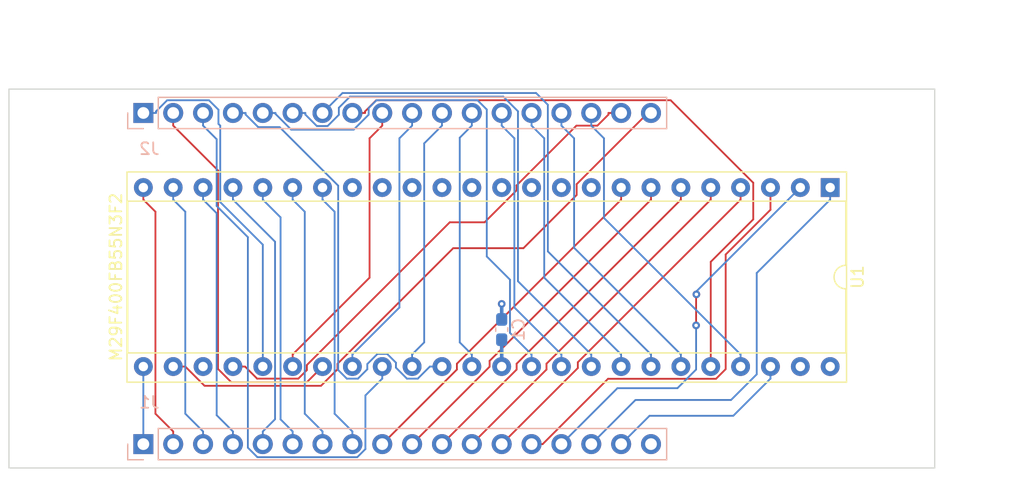
<source format=kicad_pcb>
(kicad_pcb (version 20221018) (generator pcbnew)
  (title_block (title "Turtle16: ROM ZIF Daughter Board") (date "2023-11-21") (rev "A") (comment 4 "Daughter board with ZIF socket for a M29F400FB NOR Flash on a DIP adapter board"))
  (layers (0 "F.Cu" signal) (1 "In1.Cu" power) (2 "In2.Cu" power) (31 "B.Cu" signal) (34 "B.Paste" user) (35 "F.Paste" user) (36 "B.SilkS" user "B.Silkscreen") (37 "F.SilkS" user "F.Silkscreen") (38 "B.Mask" user) (39 "F.Mask" user) (44 "Edge.Cuts" user))
  (net 0 "")
  (net 1 "GND")
  (net 2 "VCC")
  (net 3 "/PC0")
  (net 4 "/PC1")
  (net 5 "/PC2")
  (net 6 "/PC3")
  (net 7 "/PC4")
  (net 8 "/PC5")
  (net 9 "/PC6")
  (net 10 "/PC7")
  (net 11 "/PC8")
  (net 12 "/PC9")
  (net 13 "/PC10")
  (net 14 "/PC11")
  (net 15 "/PC12")
  (net 16 "/PC13")
  (net 17 "/PC14")
  (net 18 "/PC15")
  (net 19 "/Ins_IF0")
  (net 20 "/Ins_IF1")
  (net 21 "/Ins_IF2")
  (net 22 "/Ins_IF3")
  (net 23 "/Ins_IF4")
  (net 24 "/Ins_IF5")
  (net 25 "/Ins_IF6")
  (net 26 "/Ins_IF7")
  (net 27 "/Ins_IF8")
  (net 28 "/Ins_IF9")
  (net 29 "/Ins_IF10")
  (net 30 "/Ins_IF11")
  (net 31 "/Ins_IF12")
  (net 32 "/Ins_IF13")
  (net 33 "/Ins_IF14")
  (net 34 "/Ins_IF15")
  (net 35 "/FLUSH_IF")
  (net 36 "/RAMEN_R")
  (footprint "Package_DIP:DIP-48_W15.24mm_Socket" (layer "F.Cu") (at 134.112 51.562 -90)
    (fp_text reference "U1" (at 7.62 -2.33 90) (layer "F.SilkS"))
    (fp_text value "M29F400FB55N3F2" (at 7.62 60.75 90) (layer "F.SilkS"))
    (fp_line (start -1.33 -1.39) (end -1.33 59.81) (stroke (width 0.12)) (layer "F.SilkS"))
    (fp_line (start -1.33 59.81) (end 16.57 59.81) (stroke (width 0.12)) (layer "F.SilkS"))
    (fp_line (start 1.16 -1.33) (end 1.16 59.75) (stroke (width 0.12)) (layer "F.SilkS"))
    (fp_line (start 1.16 59.75) (end 14.08 59.75) (stroke (width 0.12)) (layer "F.SilkS"))
    (fp_line (start 6.62 -1.33) (end 1.16 -1.33) (stroke (width 0.12)) (layer "F.SilkS"))
    (fp_line (start 14.08 -1.33) (end 8.62 -1.33) (stroke (width 0.12)) (layer "F.SilkS"))
    (fp_line (start 14.08 59.75) (end 14.08 -1.33) (stroke (width 0.12)) (layer "F.SilkS"))
    (fp_line (start 16.57 -1.39) (end -1.33 -1.39) (stroke (width 0.12)) (layer "F.SilkS"))
    (fp_line (start 16.57 59.81) (end 16.57 -1.39) (stroke (width 0.12)) (layer "F.SilkS"))
    (fp_arc (start 8.62 -1.33) (mid 7.62 -0.33) (end 6.62 -1.33) (stroke (width 0.12)) (layer "F.SilkS"))
    (pad "1" thru_hole rect (at 0 0 270) (size 1.6 1.6) (drill 0.8) (layers "*.Cu" "*.Mask") (net 18 "/PC15"))
    (pad "2" thru_hole oval (at 0 2.54 270) (size 1.6 1.6) (drill 0.8) (layers "*.Cu" "*.Mask") (net 17 "/PC14"))
    (pad "3" thru_hole oval (at 0 5.08 270) (size 1.6 1.6) (drill 0.8) (layers "*.Cu" "*.Mask") (net 16 "/PC13"))
    (pad "4" thru_hole oval (at 0 7.62 270) (size 1.6 1.6) (drill 0.8) (layers "*.Cu" "*.Mask") (net 15 "/PC12"))
    (pad "5" thru_hole oval (at 0 10.16 270) (size 1.6 1.6) (drill 0.8) (layers "*.Cu" "*.Mask") (net 14 "/PC11"))
    (pad "6" thru_hole oval (at 0 12.7 270) (size 1.6 1.6) (drill 0.8) (layers "*.Cu" "*.Mask") (net 13 "/PC10"))
    (pad "7" thru_hole oval (at 0 15.24 270) (size 1.6 1.6) (drill 0.8) (layers "*.Cu" "*.Mask") (net 12 "/PC9"))
    (pad "8" thru_hole oval (at 0 17.78 270) (size 1.6 1.6) (drill 0.8) (layers "*.Cu" "*.Mask") (net 11 "/PC8"))
    (pad "9" thru_hole oval (at 0 20.32 270) (size 1.6 1.6) (drill 0.8) (layers "*.Cu" "*.Mask"))
    (pad "10" thru_hole oval (at 0 22.86 270) (size 1.6 1.6) (drill 0.8) (layers "*.Cu" "*.Mask"))
    (pad "11" thru_hole oval (at 0 25.4 270) (size 1.6 1.6) (drill 0.8) (layers "*.Cu" "*.Mask") (net 2 "VCC"))
    (pad "12" thru_hole oval (at 0 27.94 270) (size 1.6 1.6) (drill 0.8) (layers "*.Cu" "*.Mask") (net 2 "VCC"))
    (pad "13" thru_hole oval (at 0 30.48 270) (size 1.6 1.6) (drill 0.8) (layers "*.Cu" "*.Mask"))
    (pad "14" thru_hole oval (at 0 33.02 270) (size 1.6 1.6) (drill 0.8) (layers "*.Cu" "*.Mask"))
    (pad "15" thru_hole oval (at 0 35.56 270) (size 1.6 1.6) (drill 0.8) (layers "*.Cu" "*.Mask"))
    (pad "16" thru_hole oval (at 0 38.1 270) (size 1.6 1.6) (drill 0.8) (layers "*.Cu" "*.Mask"))
    (pad "17" thru_hole oval (at 0 40.64 270) (size 1.6 1.6) (drill 0.8) (layers "*.Cu" "*.Mask") (net 1 "GND"))
    (pad "18" thru_hole oval (at 0 43.18 270) (size 1.6 1.6) (drill 0.8) (layers "*.Cu" "*.Mask") (net 10 "/PC7"))
    (pad "19" thru_hole oval (at 0 45.72 270) (size 1.6 1.6) (drill 0.8) (layers "*.Cu" "*.Mask") (net 9 "/PC6"))
    (pad "20" thru_hole oval (at 0 48.26 270) (size 1.6 1.6) (drill 0.8) (layers "*.Cu" "*.Mask") (net 8 "/PC5"))
    (pad "21" thru_hole oval (at 0 50.8 270) (size 1.6 1.6) (drill 0.8) (layers "*.Cu" "*.Mask") (net 7 "/PC4"))
    (pad "22" thru_hole oval (at 0 53.34 270) (size 1.6 1.6) (drill 0.8) (layers "*.Cu" "*.Mask") (net 6 "/PC3"))
    (pad "23" thru_hole oval (at 0 55.88 270) (size 1.6 1.6) (drill 0.8) (layers "*.Cu" "*.Mask") (net 5 "/PC2"))
    (pad "24" thru_hole oval (at 0 58.42 270) (size 1.6 1.6) (drill 0.8) (layers "*.Cu" "*.Mask") (net 4 "/PC1"))
    (pad "25" thru_hole oval (at 15.24 58.42 270) (size 1.6 1.6) (drill 0.8) (layers "*.Cu" "*.Mask") (net 3 "/PC0"))
    (pad "26" thru_hole oval (at 15.24 55.88 270) (size 1.6 1.6) (drill 0.8) (layers "*.Cu" "*.Mask") (net 36 "/RAMEN_R"))
    (pad "27" thru_hole oval (at 15.24 53.34 270) (size 1.6 1.6) (drill 0.8) (layers "*.Cu" "*.Mask") (net 1 "GND"))
    (pad "28" thru_hole oval (at 15.24 50.8 270) (size 1.6 1.6) (drill 0.8) (layers "*.Cu" "*.Mask") (net 35 "/FLUSH_IF"))
    (pad "29" thru_hole oval (at 15.24 48.26 270) (size 1.6 1.6) (drill 0.8) (layers "*.Cu" "*.Mask") (net 19 "/Ins_IF0"))
    (pad "30" thru_hole oval (at 15.24 45.72 270) (size 1.6 1.6) (drill 0.8) (layers "*.Cu" "*.Mask") (net 27 "/Ins_IF8"))
    (pad "31" thru_hole oval (at 15.24 43.18 270) (size 1.6 1.6) (drill 0.8) (layers "*.Cu" "*.Mask") (net 20 "/Ins_IF1"))
    (pad "32" thru_hole oval (at 15.24 40.64 270) (size 1.6 1.6) (drill 0.8) (layers "*.Cu" "*.Mask") (net 28 "/Ins_IF9"))
    (pad "33" thru_hole oval (at 15.24 38.1 270) (size 1.6 1.6) (drill 0.8) (layers "*.Cu" "*.Mask") (net 21 "/Ins_IF2"))
    (pad "34" thru_hole oval (at 15.24 35.56 270) (size 1.6 1.6) (drill 0.8) (layers "*.Cu" "*.Mask") (net 29 "/Ins_IF10"))
    (pad "35" thru_hole oval (at 15.24 33.02 270) (size 1.6 1.6) (drill 0.8) (layers "*.Cu" "*.Mask") (net 22 "/Ins_IF3"))
    (pad "36" thru_hole oval (at 15.24 30.48 270) (size 1.6 1.6) (drill 0.8) (layers "*.Cu" "*.Mask") (net 30 "/Ins_IF11"))
    (pad "37" thru_hole oval (at 15.24 27.94 270) (size 1.6 1.6) (drill 0.8) (layers "*.Cu" "*.Mask") (net 2 "VCC"))
    (pad "38" thru_hole oval (at 15.24 25.4 270) (size 1.6 1.6) (drill 0.8) (layers "*.Cu" "*.Mask") (net 23 "/Ins_IF4"))
    (pad "39" thru_hole oval (at 15.24 22.86 270) (size 1.6 1.6) (drill 0.8) (layers "*.Cu" "*.Mask") (net 31 "/Ins_IF12"))
    (pad "40" thru_hole oval (at 15.24 20.32 270) (size 1.6 1.6) (drill 0.8) (layers "*.Cu" "*.Mask") (net 24 "/Ins_IF5"))
    (pad "41" thru_hole oval (at 15.24 17.78 270) (size 1.6 1.6) (drill 0.8) (layers "*.Cu" "*.Mask") (net 32 "/Ins_IF13"))
    (pad "42" thru_hole oval (at 15.24 15.24 270) (size 1.6 1.6) (drill 0.8) (layers "*.Cu" "*.Mask") (net 25 "/Ins_IF6"))
    (pad "43" thru_hole oval (at 15.24 12.7 270) (size 1.6 1.6) (drill 0.8) (layers "*.Cu" "*.Mask") (net 33 "/Ins_IF14"))
    (pad "44" thru_hole oval (at 15.24 10.16 270) (size 1.6 1.6) (drill 0.8) (layers "*.Cu" "*.Mask") (net 26 "/Ins_IF7"))
    (pad "45" thru_hole oval (at 15.24 7.62 270) (size 1.6 1.6) (drill 0.8) (layers "*.Cu" "*.Mask") (net 34 "/Ins_IF15"))
    (pad "46" thru_hole oval (at 15.24 5.08 270) (size 1.6 1.6) (drill 0.8) (layers "*.Cu" "*.Mask") (net 1 "GND"))
    (pad "47" thru_hole oval (at 15.24 2.54 270) (size 1.6 1.6) (drill 0.8) (layers "*.Cu" "*.Mask") (net 2 "VCC"))
    (pad "48" thru_hole oval (at 15.24 0 270) (size 1.6 1.6) (drill 0.8) (layers "*.Cu" "*.Mask") (net 1 "GND"))
  )
  (footprint "Capacitor_SMD:C_0603_1608Metric_Pad1.08x0.95mm_HandSolder" (layer "B.Cu") (at 106.172 63.6535 90)
    (fp_text reference "C1" (at 0 1.43 90) (layer "B.SilkS") (effects (justify mirror)))
    (fp_text value "0.1μF")
    (fp_line (start -0.146267 -0.51) (end 0.146267 -0.51) (stroke (width 0.12)) (layer "B.SilkS"))
    (fp_line (start -0.146267 0.51) (end 0.146267 0.51) (stroke (width 0.12)) (layer "B.SilkS"))
    (pad "1" smd roundrect (at -0.8625 0 90) (size 1.075 0.95) (layers "B.Cu" "B.Paste" "B.Mask") (net 2 "VCC"))
    (pad "2" smd roundrect (at 0.8625 0 90) (size 1.075 0.95) (layers "B.Cu" "B.Paste" "B.Mask") (net 1 "GND"))
  )
  (footprint "Connector_PinSocket_2.54mm:PinSocket_1x18_P2.54mm_Vertical" (layer "B.Cu") (at 75.692 73.406 -90)
    (fp_text reference "J1" (at -3.556 -0.508 -180) (layer "B.SilkS") (effects (justify mirror)))
    (fp_text value "LowerHeader")
    (fp_line (start -1.33 -44.51) (end 1.33 -44.51) (stroke (width 0.12)) (layer "B.SilkS"))
    (fp_line (start -1.33 -1.27) (end -1.33 -44.51) (stroke (width 0.12)) (layer "B.SilkS"))
    (fp_line (start -1.33 -1.27) (end 1.33 -1.27) (stroke (width 0.12)) (layer "B.SilkS"))
    (fp_line (start 0 1.33) (end 1.33 1.33) (stroke (width 0.12)) (layer "B.SilkS"))
    (fp_line (start 1.33 -1.27) (end 1.33 -44.51) (stroke (width 0.12)) (layer "B.SilkS"))
    (fp_line (start 1.33 1.33) (end 1.33 0) (stroke (width 0.12)) (layer "B.SilkS"))
    (pad "1" thru_hole rect (at 0 0 270) (size 1.7 1.7) (drill 1) (layers "*.Cu" "*.Mask") (net 3 "/PC0"))
    (pad "2" thru_hole oval (at 0 -2.54 270) (size 1.7 1.7) (drill 1) (layers "*.Cu" "*.Mask") (net 4 "/PC1"))
    (pad "3" thru_hole oval (at 0 -5.08 270) (size 1.7 1.7) (drill 1) (layers "*.Cu" "*.Mask") (net 5 "/PC2"))
    (pad "4" thru_hole oval (at 0 -7.62 270) (size 1.7 1.7) (drill 1) (layers "*.Cu" "*.Mask") (net 6 "/PC3"))
    (pad "5" thru_hole oval (at 0 -10.16 270) (size 1.7 1.7) (drill 1) (layers "*.Cu" "*.Mask") (net 7 "/PC4"))
    (pad "6" thru_hole oval (at 0 -12.7 270) (size 1.7 1.7) (drill 1) (layers "*.Cu" "*.Mask") (net 8 "/PC5"))
    (pad "7" thru_hole oval (at 0 -15.24 270) (size 1.7 1.7) (drill 1) (layers "*.Cu" "*.Mask") (net 9 "/PC6"))
    (pad "8" thru_hole oval (at 0 -17.78 270) (size 1.7 1.7) (drill 1) (layers "*.Cu" "*.Mask") (net 10 "/PC7"))
    (pad "9" thru_hole oval (at 0 -20.32 270) (size 1.7 1.7) (drill 1) (layers "*.Cu" "*.Mask") (net 11 "/PC8"))
    (pad "10" thru_hole oval (at 0 -22.86 270) (size 1.7 1.7) (drill 1) (layers "*.Cu" "*.Mask") (net 12 "/PC9"))
    (pad "11" thru_hole oval (at 0 -25.4 270) (size 1.7 1.7) (drill 1) (layers "*.Cu" "*.Mask") (net 13 "/PC10"))
    (pad "12" thru_hole oval (at 0 -27.94 270) (size 1.7 1.7) (drill 1) (layers "*.Cu" "*.Mask") (net 14 "/PC11"))
    (pad "13" thru_hole oval (at 0 -30.48 270) (size 1.7 1.7) (drill 1) (layers "*.Cu" "*.Mask") (net 15 "/PC12"))
    (pad "14" thru_hole oval (at 0 -33.02 270) (size 1.7 1.7) (drill 1) (layers "*.Cu" "*.Mask") (net 16 "/PC13"))
    (pad "15" thru_hole oval (at 0 -35.56 270) (size 1.7 1.7) (drill 1) (layers "*.Cu" "*.Mask") (net 17 "/PC14"))
    (pad "16" thru_hole oval (at 0 -38.1 270) (size 1.7 1.7) (drill 1) (layers "*.Cu" "*.Mask") (net 18 "/PC15"))
    (pad "17" thru_hole oval (at 0 -40.64 270) (size 1.7 1.7) (drill 1) (layers "*.Cu" "*.Mask") (net 1 "GND"))
    (pad "18" thru_hole oval (at 0 -43.18 270) (size 1.7 1.7) (drill 1) (layers "*.Cu" "*.Mask") (net 2 "VCC"))
  )
  (footprint "Connector_PinSocket_2.54mm:PinSocket_1x18_P2.54mm_Vertical" (layer "B.Cu") (at 75.692 45.212 -90)
    (fp_text reference "J2" (at 3.048 -0.508 -180) (layer "B.SilkS") (effects (justify mirror)))
    (fp_text value "UpperHeader")
    (fp_line (start -1.33 -44.51) (end 1.33 -44.51) (stroke (width 0.12)) (layer "B.SilkS"))
    (fp_line (start -1.33 -1.27) (end -1.33 -44.51) (stroke (width 0.12)) (layer "B.SilkS"))
    (fp_line (start -1.33 -1.27) (end 1.33 -1.27) (stroke (width 0.12)) (layer "B.SilkS"))
    (fp_line (start 0 1.33) (end 1.33 1.33) (stroke (width 0.12)) (layer "B.SilkS"))
    (fp_line (start 1.33 -1.27) (end 1.33 -44.51) (stroke (width 0.12)) (layer "B.SilkS"))
    (fp_line (start 1.33 1.33) (end 1.33 0) (stroke (width 0.12)) (layer "B.SilkS"))
    (pad "1" thru_hole rect (at 0 0 270) (size 1.7 1.7) (drill 1) (layers "*.Cu" "*.Mask") (net 19 "/Ins_IF0"))
    (pad "2" thru_hole oval (at 0 -2.54 270) (size 1.7 1.7) (drill 1) (layers "*.Cu" "*.Mask") (net 20 "/Ins_IF1"))
    (pad "3" thru_hole oval (at 0 -5.08 270) (size 1.7 1.7) (drill 1) (layers "*.Cu" "*.Mask") (net 21 "/Ins_IF2"))
    (pad "4" thru_hole oval (at 0 -7.62 270) (size 1.7 1.7) (drill 1) (layers "*.Cu" "*.Mask") (net 22 "/Ins_IF3"))
    (pad "5" thru_hole oval (at 0 -10.16 270) (size 1.7 1.7) (drill 1) (layers "*.Cu" "*.Mask") (net 23 "/Ins_IF4"))
    (pad "6" thru_hole oval (at 0 -12.7 270) (size 1.7 1.7) (drill 1) (layers "*.Cu" "*.Mask") (net 24 "/Ins_IF5"))
    (pad "7" thru_hole oval (at 0 -15.24 270) (size 1.7 1.7) (drill 1) (layers "*.Cu" "*.Mask") (net 25 "/Ins_IF6"))
    (pad "8" thru_hole oval (at 0 -17.78 270) (size 1.7 1.7) (drill 1) (layers "*.Cu" "*.Mask") (net 26 "/Ins_IF7"))
    (pad "9" thru_hole oval (at 0 -20.32 270) (size 1.7 1.7) (drill 1) (layers "*.Cu" "*.Mask") (net 27 "/Ins_IF8"))
    (pad "10" thru_hole oval (at 0 -22.86 270) (size 1.7 1.7) (drill 1) (layers "*.Cu" "*.Mask") (net 28 "/Ins_IF9"))
    (pad "11" thru_hole oval (at 0 -25.4 270) (size 1.7 1.7) (drill 1) (layers "*.Cu" "*.Mask") (net 29 "/Ins_IF10"))
    (pad "12" thru_hole oval (at 0 -27.94 270) (size 1.7 1.7) (drill 1) (layers "*.Cu" "*.Mask") (net 30 "/Ins_IF11"))
    (pad "13" thru_hole oval (at 0 -30.48 270) (size 1.7 1.7) (drill 1) (layers "*.Cu" "*.Mask") (net 31 "/Ins_IF12"))
    (pad "14" thru_hole oval (at 0 -33.02 270) (size 1.7 1.7) (drill 1) (layers "*.Cu" "*.Mask") (net 32 "/Ins_IF13"))
    (pad "15" thru_hole oval (at 0 -35.56 270) (size 1.7 1.7) (drill 1) (layers "*.Cu" "*.Mask") (net 33 "/Ins_IF14"))
    (pad "16" thru_hole oval (at 0 -38.1 270) (size 1.7 1.7) (drill 1) (layers "*.Cu" "*.Mask") (net 34 "/Ins_IF15"))
    (pad "17" thru_hole oval (at 0 -40.64 270) (size 1.7 1.7) (drill 1) (layers "*.Cu" "*.Mask") (net 35 "/FLUSH_IF"))
    (pad "18" thru_hole oval (at 0 -43.18 270) (size 1.7 1.7) (drill 1) (layers "*.Cu" "*.Mask") (net 36 "/RAMEN_R"))
  )
  (gr_line (start 143.002 75.438) (end 143.002 43.18) (stroke (width 0.1)) (layer "Edge.Cuts"))
  (gr_line (start 64.262 43.18) (end 64.262 75.438) (stroke (width 0.1)) (layer "Edge.Cuts"))
  (gr_line (start 64.262 75.438) (end 143.002 75.438) (stroke (width 0.1)) (layer "Edge.Cuts"))
  (gr_line (start 64.262 43.18) (end 143.002 43.18) (stroke (width 0.1)) (layer "Edge.Cuts"))
  (via (at 106.172 61.468) (size 0.65) (drill 0.3) (layers "F.Cu" "B.Cu") (net 1))
  (segment (start 125.8683 70.9944) (end 129.032 67.8307) (width 0.1524) (layer "B.Cu") (net 1))
  (segment (start 129.032 67.8307) (end 129.032 66.802) (width 0.1524) (layer "B.Cu") (net 1))
  (segment (start 116.332 73.406) (end 118.7436 70.9944) (width 0.1524) (layer "B.Cu") (net 1))
  (segment (start 118.7436 70.9944) (end 125.8683 70.9944) (width 0.1524) (layer "B.Cu") (net 1))
  (segment (start 106.172 62.791) (end 106.172 61.468) (width 0.3048) (layer "B.Cu") (net 1))
  (segment (start 106.172 66.802) (end 106.172 64.516) (width 0.3048) (layer "B.Cu") (net 2))
  (segment (start 75.692 73.406) (end 75.692 66.802) (width 0.1524) (layer "B.Cu") (net 3))
  (segment (start 75.692 52.5907) (end 76.7207 53.6194) (width 0.1524) (layer "F.Cu") (net 4))
  (segment (start 76.7207 70.816) (end 78.232 72.3273) (width 0.1524) (layer "F.Cu") (net 4))
  (segment (start 76.7207 53.6194) (end 76.7207 70.816) (width 0.1524) (layer "F.Cu") (net 4))
  (segment (start 75.692 51.562) (end 75.692 52.5907) (width 0.1524) (layer "F.Cu") (net 4))
  (segment (start 78.232 73.406) (end 78.232 72.3273) (width 0.1524) (layer "F.Cu") (net 4))
  (segment (start 79.2607 53.6194) (end 78.232 52.5907) (width 0.1524) (layer "B.Cu") (net 5))
  (segment (start 80.772 73.406) (end 80.772 72.3273) (width 0.1524) (layer "B.Cu") (net 5))
  (segment (start 79.2607 70.816) (end 79.2607 53.6194) (width 0.1524) (layer "B.Cu") (net 5))
  (segment (start 78.232 51.562) (end 78.232 52.5907) (width 0.1524) (layer "B.Cu") (net 5))
  (segment (start 80.772 72.3273) (end 79.2607 70.816) (width 0.1524) (layer "B.Cu") (net 5))
  (segment (start 80.772 51.562) (end 80.772 52.5907) (width 0.1524) (layer "B.Cu") (net 6))
  (segment (start 83.312 73.406) (end 83.312 72.3273) (width 0.1524) (layer "B.Cu") (net 6))
  (segment (start 81.9284 53.7471) (end 81.9284 70.9437) (width 0.1524) (layer "B.Cu") (net 6))
  (segment (start 80.772 52.5907) (end 81.9284 53.7471) (width 0.1524) (layer "B.Cu") (net 6))
  (segment (start 81.9284 70.9437) (end 83.312 72.3273) (width 0.1524) (layer "B.Cu") (net 6))
  (segment (start 85.852 73.406) (end 85.852 72.3273) (width 0.1524) (layer "B.Cu") (net 7))
  (segment (start 86.8941 56.1728) (end 86.8941 71.2852) (width 0.1524) (layer "B.Cu") (net 7))
  (segment (start 83.312 51.562) (end 83.312 52.5907) (width 0.1524) (layer "B.Cu") (net 7))
  (segment (start 83.312 52.5907) (end 86.8941 56.1728) (width 0.1524) (layer "B.Cu") (net 7))
  (segment (start 86.8941 71.2852) (end 85.852 72.3273) (width 0.1524) (layer "B.Cu") (net 7))
  (segment (start 87.3632 71.2985) (end 87.3632 54.1019) (width 0.1524) (layer "B.Cu") (net 8))
  (segment (start 85.852 51.562) (end 85.852 52.5907) (width 0.1524) (layer "B.Cu") (net 8))
  (segment (start 88.392 72.3273) (end 87.3632 71.2985) (width 0.1524) (layer "B.Cu") (net 8))
  (segment (start 87.3632 54.1019) (end 85.852 52.5907) (width 0.1524) (layer "B.Cu") (net 8))
  (segment (start 88.392 73.406) (end 88.392 72.3273) (width 0.1524) (layer "B.Cu") (net 8))
  (segment (start 90.932 73.406) (end 90.932 72.3273) (width 0.1524) (layer "B.Cu") (net 9))
  (segment (start 89.4207 53.6194) (end 88.392 52.5907) (width 0.1524) (layer "B.Cu") (net 9))
  (segment (start 88.392 51.562) (end 88.392 52.5907) (width 0.1524) (layer "B.Cu") (net 9))
  (segment (start 89.4207 70.816) (end 89.4207 53.6194) (width 0.1524) (layer "B.Cu") (net 9))
  (segment (start 90.932 72.3273) (end 89.4207 70.816) (width 0.1524) (layer "B.Cu") (net 9))
  (segment (start 93.472 73.406) (end 93.472 72.3273) (width 0.1524) (layer "B.Cu") (net 10))
  (segment (start 90.932 52.5907) (end 91.9607 53.6194) (width 0.1524) (layer "B.Cu") (net 10))
  (segment (start 91.9607 53.6194) (end 91.9607 70.816) (width 0.1524) (layer "B.Cu") (net 10))
  (segment (start 91.9607 70.816) (end 93.472 72.3273) (width 0.1524) (layer "B.Cu") (net 10))
  (segment (start 90.932 51.562) (end 90.932 52.5907) (width 0.1524) (layer "B.Cu") (net 10))
  (segment (start 102.362 66.5607) (end 116.332 52.5907) (width 0.1524) (layer "F.Cu") (net 11))
  (segment (start 96.012 73.406) (end 102.362 67.056) (width 0.1524) (layer "F.Cu") (net 11))
  (segment (start 102.362 67.056) (end 102.362 66.5607) (width 0.1524) (layer "F.Cu") (net 11))
  (segment (start 116.332 52.5907) (end 116.332 51.562) (width 0.1524) (layer "F.Cu") (net 11))
  (segment (start 105.1434 66.3193) (end 118.872 52.5907) (width 0.1524) (layer "F.Cu") (net 12))
  (segment (start 98.552 73.406) (end 105.1434 66.8146) (width 0.1524) (layer "F.Cu") (net 12))
  (segment (start 118.872 52.5907) (end 118.872 51.562) (width 0.1524) (layer "F.Cu") (net 12))
  (segment (start 105.1434 66.8146) (end 105.1434 66.3193) (width 0.1524) (layer "F.Cu") (net 12))
  (segment (start 107.442 67.056) (end 107.442 66.5607) (width 0.1524) (layer "F.Cu") (net 13))
  (segment (start 101.092 73.406) (end 107.442 67.056) (width 0.1524) (layer "F.Cu") (net 13))
  (segment (start 107.442 66.5607) (end 121.412 52.5907) (width 0.1524) (layer "F.Cu") (net 13))
  (segment (start 121.412 52.5907) (end 121.412 51.562) (width 0.1524) (layer "F.Cu") (net 13))
  (segment (start 109.982 67.056) (end 109.982 66.5607) (width 0.1524) (layer "F.Cu") (net 14))
  (segment (start 123.952 52.5907) (end 123.952 51.562) (width 0.1524) (layer "F.Cu") (net 14))
  (segment (start 109.982 66.5607) (end 123.952 52.5907) (width 0.1524) (layer "F.Cu") (net 14))
  (segment (start 103.632 73.406) (end 109.982 67.056) (width 0.1524) (layer "F.Cu") (net 14))
  (segment (start 112.6463 66.9317) (end 112.6463 66.4364) (width 0.1524) (layer "F.Cu") (net 15))
  (segment (start 126.492 52.5907) (end 126.492 51.562) (width 0.1524) (layer "F.Cu") (net 15))
  (segment (start 112.6463 66.4364) (end 126.492 52.5907) (width 0.1524) (layer "F.Cu") (net 15))
  (segment (start 106.172 73.406) (end 112.6463 66.9317) (width 0.1524) (layer "F.Cu") (net 15))
  (segment (start 109.6557 73.406) (end 115.2179 67.8438) (width 0.1524) (layer "F.Cu") (net 16))
  (segment (start 108.712 73.406) (end 109.6557 73.406) (width 0.1524) (layer "F.Cu") (net 16))
  (segment (start 124.4014 67.8438) (end 125.222 67.0232) (width 0.1524) (layer "F.Cu") (net 16))
  (segment (start 115.2179 67.8438) (end 124.4014 67.8438) (width 0.1524) (layer "F.Cu") (net 16))
  (segment (start 129.032 53.4533) (end 129.032 51.562) (width 0.1524) (layer "F.Cu") (net 16))
  (segment (start 125.222 57.2633) (end 129.032 53.4533) (width 0.1524) (layer "F.Cu") (net 16))
  (segment (start 125.222 67.0232) (end 125.222 57.2633) (width 0.1524) (layer "F.Cu") (net 16))
  (segment (start 122.7074 60.6806) (end 122.7328 60.6552) (width 0.1524) (layer "F.Cu") (net 17))
  (segment (start 122.7074 63.2968) (end 122.7074 60.6806) (width 0.1524) (layer "F.Cu") (net 17))
  (via (at 122.7074 63.2968) (size 0.65) (drill 0.3) (layers "F.Cu" "B.Cu") (net 17))
  (via (at 122.7328 60.6552) (size 0.65) (drill 0.3) (layers "F.Cu" "B.Cu") (net 17))
  (segment (start 111.252 73.406) (end 116.0116 68.6464) (width 0.1524) (layer "B.Cu") (net 17))
  (segment (start 122.7328 60.6552) (end 122.7328 60.4012) (width 0.1524) (layer "B.Cu") (net 17))
  (segment (start 122.7328 60.4012) (end 131.572 51.562) (width 0.1524) (layer "B.Cu") (net 17))
  (segment (start 121.117 68.6464) (end 122.7074 67.056) (width 0.1524) (layer "B.Cu") (net 17))
  (segment (start 122.7074 67.056) (end 122.7074 63.2968) (width 0.1524) (layer "B.Cu") (net 17))
  (segment (start 116.0116 68.6464) (end 121.117 68.6464) (width 0.1524) (layer "B.Cu") (net 17))
  (segment (start 117.5512 69.6468) (end 125.6792 69.6468) (width 0.1524) (layer "B.Cu") (net 18))
  (segment (start 127.8629 58.8398) (end 134.112 52.5907) (width 0.1524) (layer "B.Cu") (net 18))
  (segment (start 127.8629 67.4631) (end 127.8629 58.8398) (width 0.1524) (layer "B.Cu") (net 18))
  (segment (start 113.792 73.406) (end 117.5512 69.6468) (width 0.1524) (layer "B.Cu") (net 18))
  (segment (start 125.6792 69.6468) (end 127.8629 67.4631) (width 0.1524) (layer "B.Cu") (net 18))
  (segment (start 134.112 52.5907) (end 134.112 51.562) (width 0.1524) (layer "B.Cu") (net 18))
  (segment (start 82.2334 52.8058) (end 85.852 56.4244) (width 0.1524) (layer "B.Cu") (net 19))
  (segment (start 77.7183 44.1296) (end 81.274 44.1296) (width 0.1524) (layer "B.Cu") (net 19))
  (segment (start 82.0808 46.1382) (end 82.2334 46.2908) (width 0.1524) (layer "B.Cu") (net 19))
  (segment (start 85.852 56.4244) (end 85.852 66.802) (width 0.1524) (layer "B.Cu") (net 19))
  (segment (start 82.2334 46.2908) (end 82.2334 52.8058) (width 0.1524) (layer "B.Cu") (net 19))
  (segment (start 75.692 45.212) (end 76.7707 45.212) (width 0.1524) (layer "B.Cu") (net 19))
  (segment (start 82.0808 44.9364) (end 82.0808 46.1382) (width 0.1524) (layer "B.Cu") (net 19))
  (segment (start 81.274 44.1296) (end 82.0808 44.9364) (width 0.1524) (layer "B.Cu") (net 19))
  (segment (start 76.7707 45.212) (end 76.7707 45.0772) (width 0.1524) (layer "B.Cu") (net 19))
  (segment (start 76.7707 45.0772) (end 77.7183 44.1296) (width 0.1524) (layer "B.Cu") (net 19))
  (segment (start 83.1705 68.1356) (end 89.5984 68.1356) (width 0.1524) (layer "F.Cu") (net 20))
  (segment (start 78.232 46.2907) (end 82.042 50.1007) (width 0.1524) (layer "F.Cu") (net 20))
  (segment (start 82.042 50.1007) (end 82.042 67.0071) (width 0.1524) (layer "F.Cu") (net 20))
  (segment (start 82.042 67.0071) (end 83.1705 68.1356) (width 0.1524) (layer "F.Cu") (net 20))
  (segment (start 78.232 45.212) (end 78.232 46.2907) (width 0.1524) (layer "F.Cu") (net 20))
  (segment (start 89.5984 68.1356) (end 90.932 66.802) (width 0.1524) (layer "F.Cu") (net 20))
  (segment (start 80.772 46.2907) (end 81.9284 47.4471) (width 0.1524) (layer "B.Cu") (net 21))
  (segment (start 94.5802 73.8262) (end 94.5802 69.2625) (width 0.1524) (layer "B.Cu") (net 21))
  (segment (start 84.582 55.783) (end 84.582 73.7102) (width 0.1524) (layer "B.Cu") (net 21))
  (segment (start 81.9284 53.1294) (end 84.582 55.783) (width 0.1524) (layer "B.Cu") (net 21))
  (segment (start 94.5802 69.2625) (end 96.012 67.8307) (width 0.1524) (layer "B.Cu") (net 21))
  (segment (start 93.8895 74.5169) (end 94.5802 73.8262) (width 0.1524) (layer "B.Cu") (net 21))
  (segment (start 81.9284 47.4471) (end 81.9284 53.1294) (width 0.1524) (layer "B.Cu") (net 21))
  (segment (start 80.772 45.212) (end 80.772 46.2907) (width 0.1524) (layer "B.Cu") (net 21))
  (segment (start 96.012 66.802) (end 96.012 67.8307) (width 0.1524) (layer "B.Cu") (net 21))
  (segment (start 85.3887 74.5169) (end 93.8895 74.5169) (width 0.1524) (layer "B.Cu") (net 21))
  (segment (start 84.582 73.7102) (end 85.3887 74.5169) (width 0.1524) (layer "B.Cu") (net 21))
  (segment (start 85.4608 46.4171) (end 87.2811 46.4171) (width 0.1524) (layer "B.Cu") (net 22))
  (segment (start 83.312 45.212) (end 84.3907 45.212) (width 0.1524) (layer "B.Cu") (net 22))
  (segment (start 92.9977 67.8308) (end 93.9453 67.8308) (width 0.1524) (layer "B.Cu") (net 22))
  (segment (start 84.3907 45.347) (end 85.4608 46.4171) (width 0.1524) (layer "B.Cu") (net 22))
  (segment (start 95.6055 65.723) (end 96.4268 65.723) (width 0.1524) (layer "B.Cu") (net 22))
  (segment (start 92.2657 67.0988) (end 92.9977 67.8308) (width 0.1524) (layer "B.Cu") (net 22))
  (segment (start 97.1767 66.4729) (end 97.1767 66.8972) (width 0.1524) (layer "B.Cu") (net 22))
  (segment (start 101.092 66.802) (end 100.0633 66.802) (width 0.1524) (layer "B.Cu") (net 22))
  (segment (start 87.2811 46.4171) (end 92.2657 51.4017) (width 0.1524) (layer "B.Cu") (net 22))
  (segment (start 84.3907 45.212) (end 84.3907 45.347) (width 0.1524) (layer "B.Cu") (net 22))
  (segment (start 94.742 66.5865) (end 95.6055 65.723) (width 0.1524) (layer "B.Cu") (net 22))
  (segment (start 96.4268 65.723) (end 97.1767 66.4729) (width 0.1524) (layer "B.Cu") (net 22))
  (segment (start 93.9453 67.8308) (end 94.742 67.0341) (width 0.1524) (layer "B.Cu") (net 22))
  (segment (start 92.2657 51.4017) (end 92.2657 67.0988) (width 0.1524) (layer "B.Cu") (net 22))
  (segment (start 97.1767 66.8972) (end 98.1102 67.8307) (width 0.1524) (layer "B.Cu") (net 22))
  (segment (start 94.742 67.0341) (end 94.742 66.5865) (width 0.1524) (layer "B.Cu") (net 22))
  (segment (start 98.1102 67.8307) (end 99.0346 67.8307) (width 0.1524) (layer "B.Cu") (net 22))
  (segment (start 99.0346 67.8307) (end 100.0633 66.802) (width 0.1524) (layer "B.Cu") (net 22))
  (segment (start 88.269 46.6302) (end 93.5824 46.6302) (width 0.1524) (layer "B.Cu") (net 23))
  (segment (start 86.9307 45.212) (end 86.9307 45.2919) (width 0.1524) (layer "B.Cu") (net 23))
  (segment (start 104.902 44.9187) (end 104.902 57.4315) (width 0.1524) (layer "B.Cu") (net 23))
  (segment (start 104.1113 44.128) (end 104.902 44.9187) (width 0.1524) (layer "B.Cu") (net 23))
  (segment (start 108.712 66.802) (end 108.712 65.7733) (width 0.1524) (layer "B.Cu") (net 23))
  (segment (start 106.8767 59.4062) (end 106.8767 63.938) (width 0.1524) (layer "B.Cu") (net 23))
  (segment (start 106.8767 63.938) (end 108.712 65.7733) (width 0.1524) (layer "B.Cu") (net 23))
  (segment (start 93.5824 46.6302) (end 94.8557 45.3569) (width 0.1524) (layer "B.Cu") (net 23))
  (segment (start 85.852 45.212) (end 86.9307 45.212) (width 0.1524) (layer "B.Cu") (net 23))
  (segment (start 94.8557 44.7989) (end 95.5266 44.128) (width 0.1524) (layer "B.Cu") (net 23))
  (segment (start 95.5266 44.128) (end 104.1113 44.128) (width 0.1524) (layer "B.Cu") (net 23))
  (segment (start 94.8557 45.3569) (end 94.8557 44.7989) (width 0.1524) (layer "B.Cu") (net 23))
  (segment (start 104.902 57.4315) (end 106.8767 59.4062) (width 0.1524) (layer "B.Cu") (net 23))
  (segment (start 86.9307 45.2919) (end 88.269 46.6302) (width 0.1524) (layer "B.Cu") (net 23))
  (segment (start 89.4707 45.212) (end 89.4707 45.3468) (width 0.1524) (layer "B.Cu") (net 24))
  (segment (start 91.3656 46.3252) (end 92.319 45.3718) (width 0.1524) (layer "B.Cu") (net 24))
  (segment (start 107.5557 45.0668) (end 107.5557 59.537) (width 0.1524) (layer "B.Cu") (net 24))
  (segment (start 92.319 45.3718) (end 92.319 44.7689) (width 0.1524) (layer "B.Cu") (net 24))
  (segment (start 107.5557 59.537) (end 113.792 65.7733) (width 0.1524) (layer "B.Cu") (net 24))
  (segment (start 93.2696 43.8183) (end 106.3072 43.8183) (width 0.1524) (layer "B.Cu") (net 24))
  (segment (start 88.392 45.212) (end 89.4707 45.212) (width 0.1524) (layer "B.Cu") (net 24))
  (segment (start 90.4491 46.3252) (end 91.3656 46.3252) (width 0.1524) (layer "B.Cu") (net 24))
  (segment (start 113.792 66.802) (end 113.792 65.7733) (width 0.1524) (layer "B.Cu") (net 24))
  (segment (start 92.319 44.7689) (end 93.2696 43.8183) (width 0.1524) (layer "B.Cu") (net 24))
  (segment (start 89.4707 45.3468) (end 90.4491 46.3252) (width 0.1524) (layer "B.Cu") (net 24))
  (segment (start 106.3072 43.8183) (end 107.5557 45.0668) (width 0.1524) (layer "B.Cu") (net 24))
  (segment (start 92.6305 43.5135) (end 90.932 45.212) (width 0.1524) (layer "B.Cu") (net 25))
  (segment (start 118.872 66.802) (end 118.872 65.7733) (width 0.1524) (layer "B.Cu") (net 25))
  (segment (start 118.872 65.7733) (end 110.0957 56.997) (width 0.1524) (layer "B.Cu") (net 25))
  (segment (start 109.0963 43.5135) (end 92.6305 43.5135) (width 0.1524) (layer "B.Cu") (net 25))
  (segment (start 110.0957 56.997) (end 110.0957 44.5129) (width 0.1524) (layer "B.Cu") (net 25))
  (segment (start 110.0957 44.5129) (end 109.0963 43.5135) (width 0.1524) (layer "B.Cu") (net 25))
  (segment (start 94.5507 45.0772) (end 95.5014 44.1265) (width 0.1524) (layer "F.Cu") (net 26))
  (segment (start 127.5686 51.1556) (end 127.5686 54.2699) (width 0.1524) (layer "F.Cu") (net 26))
  (segment (start 120.5395 44.1265) (end 127.5686 51.1556) (width 0.1524) (layer "F.Cu") (net 26))
  (segment (start 93.472 45.212) (end 94.5507 45.212) (width 0.1524) (layer "F.Cu") (net 26))
  (segment (start 123.952 57.8865) (end 123.952 66.802) (width 0.1524) (layer "F.Cu") (net 26))
  (segment (start 127.5686 54.2699) (end 123.952 57.8865) (width 0.1524) (layer "F.Cu") (net 26))
  (segment (start 94.5507 45.212) (end 94.5507 45.0772) (width 0.1524) (layer "F.Cu") (net 26))
  (segment (start 95.5014 44.1265) (end 120.5395 44.1265) (width 0.1524) (layer "F.Cu") (net 26))
  (segment (start 94.9333 47.3694) (end 94.9333 59.232) (width 0.1524) (layer "F.Cu") (net 27))
  (segment (start 96.012 46.2907) (end 94.9333 47.3694) (width 0.1524) (layer "F.Cu") (net 27))
  (segment (start 96.012 45.212) (end 96.012 46.2907) (width 0.1524) (layer "F.Cu") (net 27))
  (segment (start 88.392 66.802) (end 88.392 65.7733) (width 0.1524) (layer "F.Cu") (net 27))
  (segment (start 94.9333 59.232) (end 88.392 65.7733) (width 0.1524) (layer "F.Cu") (net 27))
  (segment (start 97.4733 47.3694) (end 98.552 46.2907) (width 0.1524) (layer "B.Cu") (net 28))
  (segment (start 93.472 66.802) (end 93.472 65.7733) (width 0.1524) (layer "B.Cu") (net 28))
  (segment (start 98.552 45.212) (end 98.552 46.2907) (width 0.1524) (layer "B.Cu") (net 28))
  (segment (start 93.472 65.7733) (end 97.4733 61.772) (width 0.1524) (layer "B.Cu") (net 28))
  (segment (start 97.4733 61.772) (end 97.4733 47.3694) (width 0.1524) (layer "B.Cu") (net 28))
  (segment (start 99.5807 47.802) (end 99.5807 64.7446) (width 0.1524) (layer "B.Cu") (net 29))
  (segment (start 99.5807 64.7446) (end 98.552 65.7733) (width 0.1524) (layer "B.Cu") (net 29))
  (segment (start 101.092 46.2907) (end 99.5807 47.802) (width 0.1524) (layer "B.Cu") (net 29))
  (segment (start 101.092 45.212) (end 101.092 46.2907) (width 0.1524) (layer "B.Cu") (net 29))
  (segment (start 98.552 66.802) (end 98.552 65.7733) (width 0.1524) (layer "B.Cu") (net 29))
  (segment (start 102.6033 47.3194) (end 102.6033 64.7446) (width 0.1524) (layer "B.Cu") (net 30))
  (segment (start 103.632 46.2907) (end 102.6033 47.3194) (width 0.1524) (layer "B.Cu") (net 30))
  (segment (start 102.6033 64.7446) (end 103.632 65.7733) (width 0.1524) (layer "B.Cu") (net 30))
  (segment (start 103.632 45.212) (end 103.632 46.2907) (width 0.1524) (layer "B.Cu") (net 30))
  (segment (start 103.632 66.802) (end 103.632 65.7733) (width 0.1524) (layer "B.Cu") (net 30))
  (segment (start 111.252 66.802) (end 111.252 65.7733) (width 0.1524) (layer "B.Cu") (net 31))
  (segment (start 107.2507 61.772) (end 111.252 65.7733) (width 0.1524) (layer "B.Cu") (net 31))
  (segment (start 106.172 45.212) (end 106.172 46.2907) (width 0.1524) (layer "B.Cu") (net 31))
  (segment (start 107.2507 47.3694) (end 107.2507 61.772) (width 0.1524) (layer "B.Cu") (net 31))
  (segment (start 106.172 46.2907) (end 107.2507 47.3694) (width 0.1524) (layer "B.Cu") (net 31))
  (segment (start 116.332 66.802) (end 116.332 65.7733) (width 0.1524) (layer "B.Cu") (net 32))
  (segment (start 109.7907 59.232) (end 116.332 65.7733) (width 0.1524) (layer "B.Cu") (net 32))
  (segment (start 108.712 46.2907) (end 109.7907 47.3694) (width 0.1524) (layer "B.Cu") (net 32))
  (segment (start 108.712 45.212) (end 108.712 46.2907) (width 0.1524) (layer "B.Cu") (net 32))
  (segment (start 109.7907 47.3694) (end 109.7907 59.232) (width 0.1524) (layer "B.Cu") (net 32))
  (segment (start 112.3307 47.3694) (end 112.3307 56.692) (width 0.1524) (layer "B.Cu") (net 33))
  (segment (start 121.412 66.802) (end 121.412 65.7733) (width 0.1524) (layer "B.Cu") (net 33))
  (segment (start 111.252 45.212) (end 111.252 46.2907) (width 0.1524) (layer "B.Cu") (net 33))
  (segment (start 111.252 46.2907) (end 112.3307 47.3694) (width 0.1524) (layer "B.Cu") (net 33))
  (segment (start 112.3307 56.692) (end 121.412 65.7733) (width 0.1524) (layer "B.Cu") (net 33))
  (segment (start 113.792 46.2907) (end 114.8707 47.3694) (width 0.1524) (layer "B.Cu") (net 34))
  (segment (start 126.492 66.802) (end 126.492 65.7733) (width 0.1524) (layer "B.Cu") (net 34))
  (segment (start 114.8707 47.3694) (end 114.8707 54.152) (width 0.1524) (layer "B.Cu") (net 34))
  (segment (start 113.792 45.212) (end 113.792 46.2907) (width 0.1524) (layer "B.Cu") (net 34))
  (segment (start 114.8707 54.152) (end 126.492 65.7733) (width 0.1524) (layer "B.Cu") (net 34))
  (segment (start 83.312 66.802) (end 84.3407 66.802) (width 0.1524) (layer "F.Cu") (net 35))
  (segment (start 104.716 54.5211) (end 101.7529 54.5211) (width 0.1524) (layer "F.Cu") (net 35))
  (segment (start 107.442 51.7951) (end 104.716 54.5211) (width 0.1524) (layer "F.Cu") (net 35))
  (segment (start 89.5984 66.6756) (end 89.5984 67.1069) (width 0.1524) (layer "F.Cu") (net 35))
  (segment (start 116.332 45.212) (end 115.2533 45.212) (width 0.1524) (layer "F.Cu") (net 35))
  (segment (start 89.5984 67.1069) (end 88.8746 67.8307) (width 0.1524) (layer "F.Cu") (net 35))
  (segment (start 88.8746 67.8307) (end 85.3694 67.8307) (width 0.1524) (layer "F.Cu") (net 35))
  (segment (start 112.5262 46.2907) (end 107.442 51.3749) (width 0.1524) (layer "F.Cu") (net 35))
  (segment (start 107.442 51.3749) (end 107.442 51.7951) (width 0.1524) (layer "F.Cu") (net 35))
  (segment (start 101.7529 54.5211) (end 89.5984 66.6756) (width 0.1524) (layer "F.Cu") (net 35))
  (segment (start 115.2533 45.212) (end 115.2533 45.347) (width 0.1524) (layer "F.Cu") (net 35))
  (segment (start 85.3694 67.8307) (end 84.3407 66.802) (width 0.1524) (layer "F.Cu") (net 35))
  (segment (start 114.3096 46.2907) (end 112.5262 46.2907) (width 0.1524) (layer "F.Cu") (net 35))
  (segment (start 115.2533 45.347) (end 114.3096 46.2907) (width 0.1524) (layer "F.Cu") (net 35))
  (segment (start 118.6109 45.212) (end 112.5474 51.2755) (width 0.1524) (layer "F.Cu") (net 36))
  (segment (start 102.0484 56.7235) (end 92.202 66.5699) (width 0.1524) (layer "F.Cu") (net 36))
  (segment (start 90.8042 68.4405) (end 80.8992 68.4405) (width 0.1524) (layer "F.Cu") (net 36))
  (segment (start 118.872 45.212) (end 118.6109 45.212) (width 0.1524) (layer "F.Cu") (net 36))
  (segment (start 80.8992 68.4405) (end 79.2607 66.802) (width 0.1524) (layer "F.Cu") (net 36))
  (segment (start 112.5474 51.2755) (end 112.5474 52.197) (width 0.1524) (layer "F.Cu") (net 36))
  (segment (start 92.202 66.5699) (end 92.202 67.0427) (width 0.1524) (layer "F.Cu") (net 36))
  (segment (start 79.2607 66.802) (end 78.232 66.802) (width 0.1524) (layer "F.Cu") (net 36))
  (segment (start 112.5474 52.197) (end 108.0209 56.7235) (width 0.1524) (layer "F.Cu") (net 36))
  (segment (start 92.202 67.0427) (end 90.8042 68.4405) (width 0.1524) (layer "F.Cu") (net 36))
  (segment (start 108.0209 56.7235) (end 102.0484 56.7235) (width 0.1524) (layer "F.Cu") (net 36))
)
</source>
